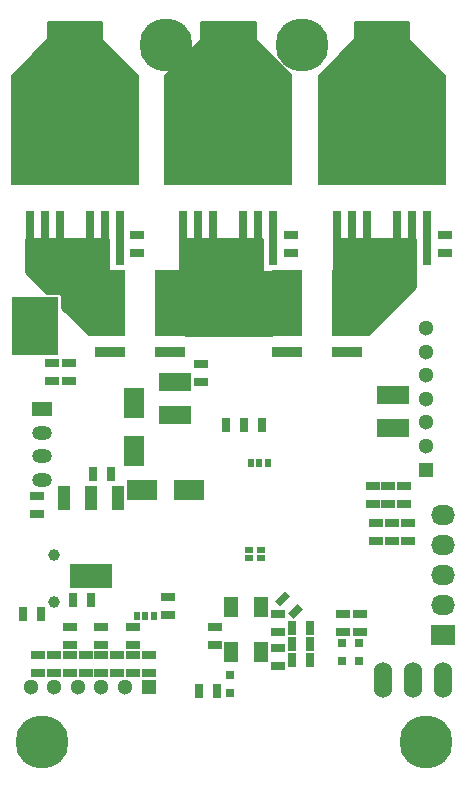
<source format=gbs>
G04 #@! TF.FileFunction,Soldermask,Bot*
%FSLAX46Y46*%
G04 Gerber Fmt 4.6, Leading zero omitted, Abs format (unit mm)*
G04 Created by KiCad (PCBNEW (2015-12-03 BZR 6346, Git b04f18b)-product) date 10.01.2016 19:55:33*
%MOMM*%
G01*
G04 APERTURE LIST*
%ADD10C,0.150000*%
%ADD11C,4.500000*%
%ADD12R,1.300000X1.300000*%
%ADD13C,1.300000*%
%ADD14R,1.699260X1.198880*%
%ADD15O,1.699260X1.198880*%
%ADD16R,1.800860X2.499360*%
%ADD17R,2.540000X5.588000*%
%ADD18R,2.540000X0.889000*%
%ADD19R,2.032000X1.727200*%
%ADD20O,2.032000X1.727200*%
%ADD21R,1.198880X1.800860*%
%ADD22O,1.524000X3.048000*%
%ADD23R,0.797560X0.797560*%
%ADD24R,4.000000X5.000000*%
%ADD25R,1.143000X0.635000*%
%ADD26R,0.635000X1.143000*%
%ADD27R,3.657600X2.032000*%
%ADD28R,1.016000X2.032000*%
%ADD29C,1.000000*%
%ADD30R,2.692400X1.600200*%
%ADD31R,0.762000X0.508000*%
%ADD32R,0.508000X0.762000*%
%ADD33R,2.499360X1.800860*%
%ADD34R,10.800000X9.400000*%
%ADD35R,0.800000X4.600000*%
%ADD36C,0.254000*%
%ADD37C,0.200000*%
G04 APERTURE END LIST*
D10*
D11*
X116725000Y-146900000D03*
X84225000Y-146900000D03*
X106225000Y-87900000D03*
X94725000Y-87900000D03*
D12*
X93250000Y-142275000D03*
D13*
X89250000Y-142275000D03*
X91250000Y-142275000D03*
X87250000Y-142275000D03*
X85250000Y-142275000D03*
X83250000Y-142275000D03*
D12*
X116700000Y-123870000D03*
D13*
X116700000Y-119870000D03*
X116700000Y-121870000D03*
X116700000Y-117870000D03*
X116700000Y-115870000D03*
X116700000Y-113870000D03*
X116700000Y-111870000D03*
D14*
X84250000Y-118725000D03*
D15*
X84250000Y-122725000D03*
X84250000Y-120725000D03*
X84250000Y-124725000D03*
D16*
X92025000Y-122248980D03*
X92025000Y-118251020D03*
D17*
X89960000Y-109752000D03*
X95040000Y-109752000D03*
D18*
X89960000Y-113879500D03*
X95040000Y-113879500D03*
D19*
X118175000Y-137840000D03*
D20*
X118175000Y-135300000D03*
X118175000Y-132760000D03*
X118175000Y-130220000D03*
X118175000Y-127680000D03*
D17*
X104960000Y-109752000D03*
X110040000Y-109752000D03*
D18*
X104960000Y-113879500D03*
X110040000Y-113879500D03*
D21*
X102749680Y-139324920D03*
X100250320Y-139324920D03*
X100250320Y-135525080D03*
X102749680Y-135525080D03*
D22*
X113095000Y-141650000D03*
X115635000Y-141650000D03*
X118175000Y-141650000D03*
D23*
X111050000Y-138575700D03*
X111050000Y-140074300D03*
X109600000Y-138575700D03*
X109600000Y-140074300D03*
X100125000Y-142749300D03*
X100125000Y-141250700D03*
D24*
X83600000Y-111700000D03*
X100000000Y-110050000D03*
D25*
X94925000Y-136162000D03*
X94925000Y-134638000D03*
X85200000Y-139563000D03*
X85200000Y-141087000D03*
X91950000Y-138737000D03*
X91950000Y-137213000D03*
X89250000Y-138737000D03*
X89250000Y-137213000D03*
X86550000Y-138737000D03*
X86550000Y-137213000D03*
D10*
G36*
X103957567Y-134965790D02*
X104765790Y-134157567D01*
X105214803Y-134606580D01*
X104406580Y-135414803D01*
X103957567Y-134965790D01*
X103957567Y-134965790D01*
G37*
G36*
X105035197Y-136043420D02*
X105843420Y-135235197D01*
X106292433Y-135684210D01*
X105484210Y-136492433D01*
X105035197Y-136043420D01*
X105035197Y-136043420D01*
G37*
D25*
X98825000Y-138737000D03*
X98825000Y-137213000D03*
D26*
X88325000Y-134875000D03*
X86801000Y-134875000D03*
X105363000Y-139975000D03*
X106887000Y-139975000D03*
D25*
X104175000Y-138963000D03*
X104175000Y-140487000D03*
D26*
X105363000Y-138625000D03*
X106887000Y-138625000D03*
D25*
X104175000Y-136113000D03*
X104175000Y-137637000D03*
X85025000Y-114863000D03*
X85025000Y-116387000D03*
X86475000Y-114863000D03*
X86475000Y-116387000D03*
D26*
X84112000Y-136075000D03*
X82588000Y-136075000D03*
D25*
X83850000Y-141087000D03*
X83850000Y-139563000D03*
X86550000Y-141087000D03*
X86550000Y-139563000D03*
X89250000Y-141087000D03*
X89250000Y-139563000D03*
X91950000Y-141087000D03*
X91950000Y-139563000D03*
X93300000Y-141087000D03*
X93300000Y-139563000D03*
X90600000Y-141087000D03*
X90600000Y-139563000D03*
X87900000Y-141087000D03*
X87900000Y-139563000D03*
D26*
X99012000Y-142575000D03*
X97488000Y-142575000D03*
D25*
X114900000Y-125238000D03*
X114900000Y-126762000D03*
X115225000Y-129912000D03*
X115225000Y-128388000D03*
D26*
X101288000Y-120100000D03*
X102812000Y-120100000D03*
D25*
X113550000Y-125238000D03*
X113550000Y-126762000D03*
X113875000Y-129912000D03*
X113875000Y-128388000D03*
X118300000Y-105562000D03*
X118300000Y-104038000D03*
X112200000Y-125238000D03*
X112200000Y-126762000D03*
X112525000Y-129912000D03*
X112525000Y-128388000D03*
X105300000Y-105562000D03*
X105300000Y-104038000D03*
X111125000Y-137637000D03*
X111125000Y-136113000D03*
X109725000Y-137637000D03*
X109725000Y-136113000D03*
X92300000Y-105562000D03*
X92300000Y-104038000D03*
X83825000Y-127662000D03*
X83825000Y-126138000D03*
D27*
X88325000Y-132877000D03*
D28*
X88325000Y-126273000D03*
X90611000Y-126273000D03*
X86039000Y-126273000D03*
D29*
X85250000Y-131100000D03*
X85250000Y-135100000D03*
D30*
X95500000Y-119272000D03*
X95500000Y-116478000D03*
X113900000Y-117578000D03*
X113900000Y-120372000D03*
D31*
X102750000Y-131380600D03*
X102750000Y-130669400D03*
X101775000Y-131380600D03*
X101775000Y-130669400D03*
D32*
X102625000Y-123275000D03*
X103336200Y-123275000D03*
X101913800Y-123275000D03*
D26*
X101287000Y-120100000D03*
X99763000Y-120100000D03*
X90087000Y-124275000D03*
X88563000Y-124275000D03*
X105363000Y-137275000D03*
X106887000Y-137275000D03*
D32*
X92975000Y-136225000D03*
X92263800Y-136225000D03*
X93686200Y-136225000D03*
D25*
X97650000Y-114913000D03*
X97650000Y-116437000D03*
D33*
X92676020Y-125625000D03*
X96673980Y-125625000D03*
D34*
X100000000Y-95100000D03*
D35*
X103810000Y-104250000D03*
X102540000Y-104250000D03*
X101270000Y-104250000D03*
X98730000Y-104250000D03*
X97460000Y-104250000D03*
X96190000Y-104250000D03*
D34*
X87000000Y-95100000D03*
D35*
X90810000Y-104250000D03*
X89540000Y-104250000D03*
X88270000Y-104250000D03*
X85730000Y-104250000D03*
X84460000Y-104250000D03*
X83190000Y-104250000D03*
D34*
X113000000Y-95100000D03*
D35*
X116810000Y-104250000D03*
X115540000Y-104250000D03*
X114270000Y-104250000D03*
X111730000Y-104250000D03*
X110460000Y-104250000D03*
X109190000Y-104250000D03*
D36*
G36*
X89823000Y-106975000D02*
X89833006Y-107024410D01*
X89861447Y-107066035D01*
X89903841Y-107093315D01*
X89950000Y-107102000D01*
X91098000Y-107102000D01*
X91098000Y-112423000D01*
X88202606Y-112423000D01*
X85927000Y-110147394D01*
X85927000Y-109200000D01*
X85916994Y-109150590D01*
X85889803Y-109110197D01*
X85689803Y-108910197D01*
X85647789Y-108882334D01*
X85600000Y-108873000D01*
X84652606Y-108873000D01*
X82902000Y-107122394D01*
X82902000Y-104377000D01*
X89823000Y-104377000D01*
X89823000Y-106975000D01*
X89823000Y-106975000D01*
G37*
X89823000Y-106975000D02*
X89833006Y-107024410D01*
X89861447Y-107066035D01*
X89903841Y-107093315D01*
X89950000Y-107102000D01*
X91098000Y-107102000D01*
X91098000Y-112423000D01*
X88202606Y-112423000D01*
X85927000Y-110147394D01*
X85927000Y-109200000D01*
X85916994Y-109150590D01*
X85889803Y-109110197D01*
X85689803Y-108910197D01*
X85647789Y-108882334D01*
X85600000Y-108873000D01*
X84652606Y-108873000D01*
X82902000Y-107122394D01*
X82902000Y-104377000D01*
X89823000Y-104377000D01*
X89823000Y-106975000D01*
G36*
X115823000Y-108397394D02*
X111797394Y-112423000D01*
X108902000Y-112423000D01*
X108902000Y-104377000D01*
X115823000Y-104377000D01*
X115823000Y-108397394D01*
X115823000Y-108397394D01*
G37*
X115823000Y-108397394D02*
X111797394Y-112423000D01*
X108902000Y-112423000D01*
X108902000Y-104377000D01*
X115823000Y-104377000D01*
X115823000Y-108397394D01*
G36*
X102823000Y-106975000D02*
X102833006Y-107024410D01*
X102861447Y-107066035D01*
X102903841Y-107093315D01*
X102950000Y-107102000D01*
X103673000Y-107102000D01*
X103673000Y-112448000D01*
X96327000Y-112448000D01*
X96327000Y-106975000D01*
X96316994Y-106925590D01*
X96288553Y-106883965D01*
X96246159Y-106856685D01*
X96200000Y-106848000D01*
X95902000Y-106848000D01*
X95902000Y-104377000D01*
X102823000Y-104377000D01*
X102823000Y-106975000D01*
X102823000Y-106975000D01*
G37*
X102823000Y-106975000D02*
X102833006Y-107024410D01*
X102861447Y-107066035D01*
X102903841Y-107093315D01*
X102950000Y-107102000D01*
X103673000Y-107102000D01*
X103673000Y-112448000D01*
X96327000Y-112448000D01*
X96327000Y-106975000D01*
X96316994Y-106925590D01*
X96288553Y-106883965D01*
X96246159Y-106856685D01*
X96200000Y-106848000D01*
X95902000Y-106848000D01*
X95902000Y-104377000D01*
X102823000Y-104377000D01*
X102823000Y-106975000D01*
D37*
G36*
X89300000Y-87425000D02*
X89307879Y-87463906D01*
X89329289Y-87495711D01*
X92275000Y-90441422D01*
X92275000Y-90650000D01*
X81725000Y-90650000D01*
X81725000Y-90441422D01*
X84670711Y-87495711D01*
X84692650Y-87462629D01*
X84700000Y-87425000D01*
X84700000Y-86000000D01*
X89300000Y-86000000D01*
X89300000Y-87425000D01*
X89300000Y-87425000D01*
G37*
X89300000Y-87425000D02*
X89307879Y-87463906D01*
X89329289Y-87495711D01*
X92275000Y-90441422D01*
X92275000Y-90650000D01*
X81725000Y-90650000D01*
X81725000Y-90441422D01*
X84670711Y-87495711D01*
X84692650Y-87462629D01*
X84700000Y-87425000D01*
X84700000Y-86000000D01*
X89300000Y-86000000D01*
X89300000Y-87425000D01*
G36*
X102300000Y-87425000D02*
X102307879Y-87463906D01*
X102329289Y-87495711D01*
X105275000Y-90441422D01*
X105275000Y-90650000D01*
X94725000Y-90650000D01*
X94725000Y-90441422D01*
X97670711Y-87495711D01*
X97692650Y-87462629D01*
X97700000Y-87425000D01*
X97700000Y-86000000D01*
X102300000Y-86000000D01*
X102300000Y-87425000D01*
X102300000Y-87425000D01*
G37*
X102300000Y-87425000D02*
X102307879Y-87463906D01*
X102329289Y-87495711D01*
X105275000Y-90441422D01*
X105275000Y-90650000D01*
X94725000Y-90650000D01*
X94725000Y-90441422D01*
X97670711Y-87495711D01*
X97692650Y-87462629D01*
X97700000Y-87425000D01*
X97700000Y-86000000D01*
X102300000Y-86000000D01*
X102300000Y-87425000D01*
G36*
X115300000Y-87425000D02*
X115307879Y-87463906D01*
X115329289Y-87495711D01*
X118275000Y-90441422D01*
X118275000Y-90650000D01*
X107725000Y-90650000D01*
X107725000Y-90441422D01*
X110670711Y-87495711D01*
X110692650Y-87462629D01*
X110700000Y-87425000D01*
X110700000Y-86000000D01*
X115300000Y-86000000D01*
X115300000Y-87425000D01*
X115300000Y-87425000D01*
G37*
X115300000Y-87425000D02*
X115307879Y-87463906D01*
X115329289Y-87495711D01*
X118275000Y-90441422D01*
X118275000Y-90650000D01*
X107725000Y-90650000D01*
X107725000Y-90441422D01*
X110670711Y-87495711D01*
X110692650Y-87462629D01*
X110700000Y-87425000D01*
X110700000Y-86000000D01*
X115300000Y-86000000D01*
X115300000Y-87425000D01*
M02*

</source>
